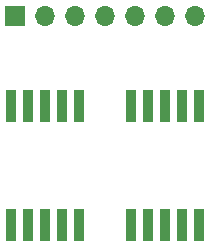
<source format=gbr>
%TF.GenerationSoftware,KiCad,Pcbnew,(6.0.0)*%
%TF.CreationDate,2022-04-20T12:25:39-04:00*%
%TF.ProjectId,7_seg,375f7365-672e-46b6-9963-61645f706362,rev?*%
%TF.SameCoordinates,Original*%
%TF.FileFunction,Soldermask,Top*%
%TF.FilePolarity,Negative*%
%FSLAX46Y46*%
G04 Gerber Fmt 4.6, Leading zero omitted, Abs format (unit mm)*
G04 Created by KiCad (PCBNEW (6.0.0)) date 2022-04-20 12:25:39*
%MOMM*%
%LPD*%
G01*
G04 APERTURE LIST*
%ADD10O,1.700000X1.700000*%
%ADD11R,1.700000X1.700000*%
%ADD12R,0.900000X2.800000*%
G04 APERTURE END LIST*
D10*
%TO.C,J1*%
X130810000Y-74930000D03*
X128270000Y-74930000D03*
X125730000Y-74930000D03*
X123190000Y-74930000D03*
X120650000Y-74930000D03*
X118110000Y-74930000D03*
D11*
X115570000Y-74930000D03*
%TD*%
D12*
%TO.C,DS2*%
X125390000Y-92630000D03*
X126830000Y-92630000D03*
X128270000Y-92630000D03*
X129710000Y-92630000D03*
X131150000Y-92630000D03*
X131150000Y-82630000D03*
X129710000Y-82630000D03*
X128270000Y-82630000D03*
X126830000Y-82630000D03*
X125390000Y-82630000D03*
%TD*%
%TO.C,DS1*%
X115230000Y-82630000D03*
X116670000Y-82630000D03*
X118110000Y-82630000D03*
X119550000Y-82630000D03*
X120990000Y-82630000D03*
X120990000Y-92630000D03*
X119550000Y-92630000D03*
X118110000Y-92630000D03*
X116670000Y-92630000D03*
X115230000Y-92630000D03*
%TD*%
M02*

</source>
